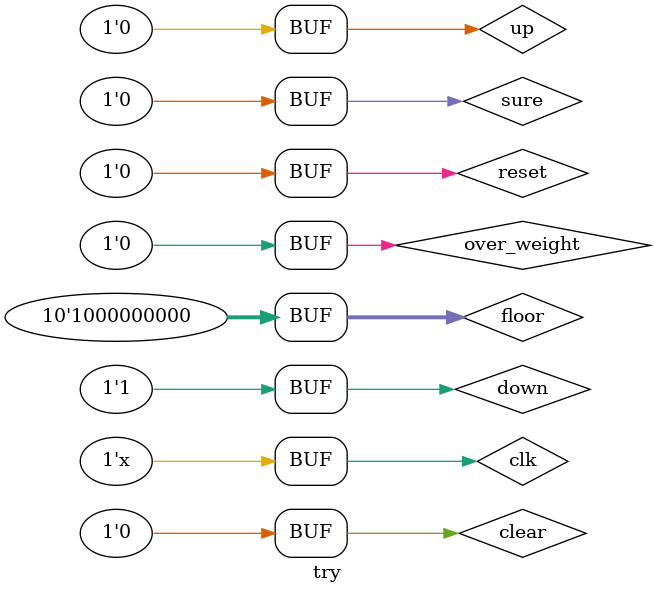
<source format=v>
`timescale 1ns / 1ps

module try();

reg clk,up,down;
reg [9:0] floor;
reg sure;
reg clear;
reg reset;
reg over_weight;
wire [1:0]up_or_down;
wire on_or_off;
wire [9:0] now_floor;
wire [7:0] aim_floor,require_time;
wire over_weight_light;

elevator_controller ul(clk,sure,clear,reset,floor,now_floor,
aim_floor,up,down,up_or_down,on_or_off,require_time,over_weight,over_weight_light);

initial
begin
reset = 0;
clear = 0;
over_weight = 0;
clk = 0;
up = 0;
down = 1;
floor = 10'b1000000000;
sure = 0;
#5 sure = 1;
#10 sure = 0;
end

always #0.01 clk = ~clk;

endmodule

</source>
